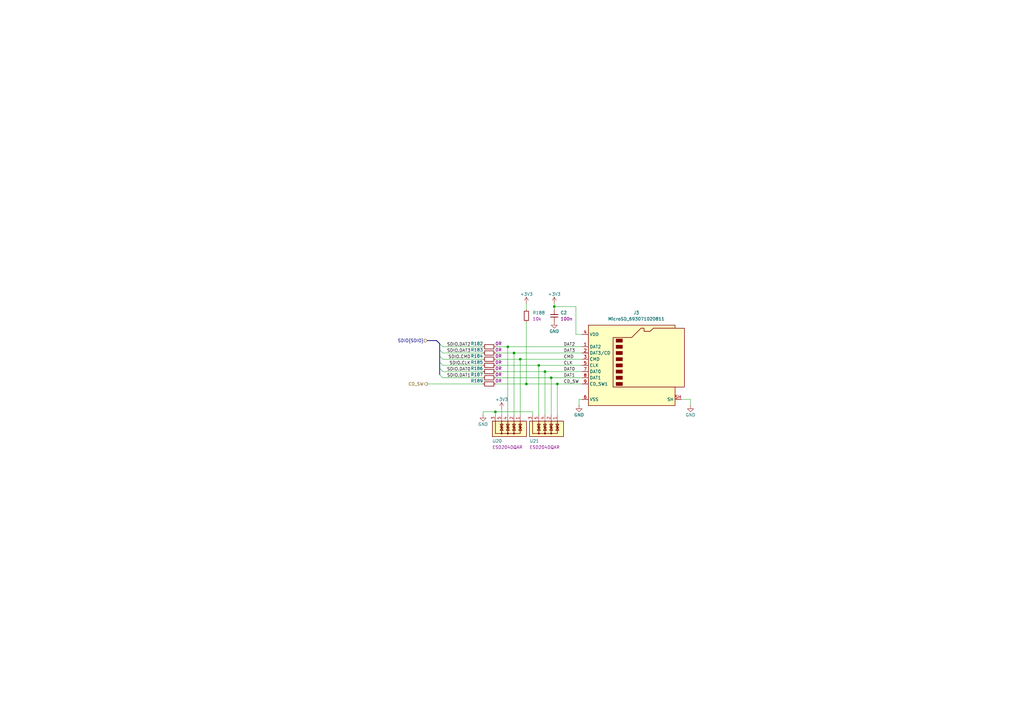
<source format=kicad_sch>
(kicad_sch (version 20230121) (generator eeschema)
  (paper "A3")
  (title_block (title "Com Express 7 baseboard") (date "2024-03-28") (rev "1.0.0") (company "Antmicro Ltd."))
  (lib_symbols
    (symbol "antmicroCapacitors0402:C_100n_0402" (pin_numbers hide) (pin_names hide)
      (property "Reference" "C" (at 20.32 -5.08 0))
      (property "Val" "100n" (at 20.32 -7.62 0))
      (symbol "C_100n_0402_0_1"
        (polyline (pts (xy 2.032 -1.524) (xy 2.032 1.524)) (stroke (width 0.3048)))
        (polyline (pts (xy 3.048 -1.524) (xy 3.048 1.524)) (stroke (width 0.3302)))
      )
      (symbol "C_100n_0402_1_1"
        (pin passive line (at 0 0 0) (length 2.032) (name "~") (number "1"))
        (pin passive line (at 5.08 0 180) (length 2.032) (name "~") (number "2"))
      )
    )
    (symbol "antmicroMemoryConnectorsPCCardSockets:MicroSD_693071020811"
      (property "Reference" "J" (at 55.88 -2.54 0))
      (property "Value" "MicroSD_693071020811" (at 55.88 -5.08 0))
      (symbol "MicroSD_693071020811_1_1"
        (polyline (pts (xy 38.1 2.54) (xy 38.1 3.81) (xy 2.54 3.81) (xy 2.54 -29.21) (xy 38.1 -29.21) (xy 38.1 -21.59)) (stroke (width 0.254)) (fill (type background)))
        (polyline (pts (xy 12.7 -21.59) (xy 12.7 -1.27) (xy 20.32 -1.27) (xy 24.13 2.54) (xy 25.4 2.54) (xy 25.4 1.27) (xy 27.94 1.27) (xy 29.21 2.54) (xy 41.91 2.54) (xy 41.91 -21.59) (xy 12.7 -21.59)) (stroke (width 0.254)) (fill (type background)))
        (rectangle (start 13.97 -19.685) (end 16.51 -20.955) (stroke (width 0.254)) (fill (type outline)))
        (rectangle (start 13.97 -17.145) (end 16.51 -18.415) (stroke (width 0.254)) (fill (type outline)))
        (rectangle (start 13.97 -14.605) (end 16.51 -15.875) (stroke (width 0.254)) (fill (type outline)))
        (rectangle (start 13.97 -12.065) (end 16.51 -13.335) (stroke (width 0.254)) (fill (type outline)))
        (rectangle (start 13.97 -9.525) (end 16.51 -10.795) (stroke (width 0.254)) (fill (type outline)))
        (rectangle (start 13.97 -6.985) (end 16.51 -8.255) (stroke (width 0.254)) (fill (type outline)))
        (rectangle (start 13.97 -4.445) (end 16.51 -5.715) (stroke (width 0.254)) (fill (type outline)))
        (rectangle (start 13.97 -1.905) (end 16.51 -3.175) (stroke (width 0.254)) (fill (type outline)))
        (pin bidirectional line (at 0 -5.08 0) (length 2.54) (name "DAT2") (number "1"))
        (pin bidirectional line (at 0 -7.62 0) (length 2.54) (name "DAT3/CD") (number "2"))
        (pin input line (at 0 -10.16 0) (length 2.54) (name "CMD") (number "3"))
        (pin power_in line (at 0 0 0) (length 2.54) (name "VDD") (number "4"))
        (pin input line (at 0 -12.7 0) (length 2.54) (name "CLK") (number "5"))
        (pin passive line (at 0 -26.67 0) (length 2.54) (name "VSS") (number "6"))
        (pin input line (at 0 -15.24 0) (length 2.54) (name "DAT0") (number "7"))
        (pin input line (at 0 -17.78 0) (length 2.54) (name "DAT1") (number "8"))
        (pin passive line (at 0 -20.32 0) (length 2.54) (name "CD_SW1") (number "9"))
        (pin passive line (at 40.64 -26.67 180) (length 2.54) (name "SH") (number "SH"))
      )
    )
    (symbol "antmicroResistors0402:R_0R_0402" (pin_numbers hide) (pin_names hide)
      (property "Reference" "R" (at 20.32 -5.08 0))
      (property "Val" "0R" (at 20.32 -7.62 0))
      (symbol "R_0R_0402_0_1"
        (rectangle (start 0.635 0.889) (end 4.445 -0.889) (stroke (width 0.254)))
      )
      (symbol "R_0R_0402_1_1"
        (pin passive line (at 0 0 0) (length 0.635) (name "~") (number "1"))
        (pin passive line (at 5.08 0 180) (length 0.635) (name "~") (number "2"))
      )
    )
    (symbol "antmicroResistors0402:R_10k_0402" (pin_numbers hide) (pin_names hide)
      (property "Reference" "R" (at 20.32 -5.08 0))
      (property "Val" "10k" (at 20.32 -7.62 0))
      (symbol "R_10k_0402_0_1"
        (rectangle (start 0.635 0.889) (end 4.445 -0.889) (stroke (width 0.254)))
      )
      (symbol "R_10k_0402_1_1"
        (pin passive line (at 0 0 0) (length 0.635) (name "~") (number "1"))
        (pin passive line (at 5.08 0 180) (length 0.635) (name "~") (number "2"))
      )
    )
    (symbol "antmicroTVSDiodes:ESD204DQAR"
      (property "Reference" "U" (at 24.13 0 0))
      (property "Value" "ESD204DQAR" (at 24.13 -2.54 0))
      (symbol "ESD204DQAR_1_1"
        (polyline (pts (xy 2.54 -7.62) (xy 7.62 -7.62)) (stroke (width 0.254)) (fill (type background)))
        (polyline (pts (xy 2.54 -5.08) (xy 7.62 -5.08)) (stroke (width 0.254)) (fill (type background)))
        (polyline (pts (xy 2.54 -2.54) (xy 7.62 -2.54)) (stroke (width 0.254)) (fill (type background)))
        (polyline (pts (xy 2.54 0) (xy 7.62 0)) (stroke (width 0.254)) (fill (type background)))
        (polyline (pts (xy 7.62 -10.16) (xy 2.54 -10.16)) (stroke (width 0.254)) (fill (type background)))
        (polyline (pts (xy 7.62 0) (xy 7.62 -10.16)) (stroke (width 0.254)) (fill (type background)))
        (polyline (pts (xy 4.826 -8.255) (xy 5.08 -8.001) (xy 5.08 -7.239) (xy 5.334 -6.985)) (stroke (width 0.254)) (fill (type background)))
        (polyline (pts (xy 4.826 -5.715) (xy 5.08 -5.461) (xy 5.08 -4.699) (xy 5.334 -4.445)) (stroke (width 0.254)) (fill (type background)))
        (polyline (pts (xy 4.826 -3.175) (xy 5.08 -2.921) (xy 5.08 -2.159) (xy 5.334 -1.905)) (stroke (width 0.254)) (fill (type background)))
        (polyline (pts (xy 4.826 -0.635) (xy 5.08 -0.381) (xy 5.08 0.381) (xy 5.334 0.635)) (stroke (width 0.254)) (fill (type background)))
        (polyline (pts (xy 5.08 -7.62) (xy 3.81 -8.255) (xy 3.81 -6.985) (xy 5.08 -7.62)) (stroke (width 0.254)) (fill (type background)))
        (polyline (pts (xy 5.08 -5.08) (xy 3.81 -5.715) (xy 3.81 -4.445) (xy 5.08 -5.08)) (stroke (width 0.254)) (fill (type background)))
        (polyline (pts (xy 5.08 -5.08) (xy 6.35 -4.445) (xy 6.35 -5.715) (xy 5.08 -5.08)) (stroke (width 0.254)) (fill (type background)))
        (polyline (pts (xy 5.08 -2.54) (xy 3.81 -3.175) (xy 3.81 -1.905) (xy 5.08 -2.54)) (stroke (width 0.254)) (fill (type background)))
        (polyline (pts (xy 5.08 -2.54) (xy 6.35 -3.175) (xy 6.35 -1.905) (xy 5.08 -2.54)) (stroke (width 0.254)) (fill (type background)))
        (polyline (pts (xy 5.08 0) (xy 3.81 -0.635) (xy 3.81 0.635) (xy 5.08 0)) (stroke (width 0.254)) (fill (type background)))
        (polyline (pts (xy 5.08 0) (xy 6.35 -0.635) (xy 6.35 0.635) (xy 5.08 0)) (stroke (width 0.254)) (fill (type background)))
        (polyline (pts (xy 6.35 -6.985) (xy 6.35 -8.255) (xy 5.08 -7.62) (xy 6.35 -6.985)) (stroke (width 0.254)) (fill (type background)))
        (rectangle (start 2.54 2.54) (end 8.89 -11.43) (stroke (width 0.254)) (fill (type background)))
        (circle (center 7.62 -7.62) (radius 0.254) (stroke (width 0.254)) (fill (type background)))
        (circle (center 7.62 -5.08) (radius 0.254) (stroke (width 0.254)) (fill (type background)))
        (circle (center 7.62 -5.08) (radius 0.254) (stroke (width 0.254)) (fill (type background)))
        (circle (center 7.62 -2.54) (radius 0.254) (stroke (width 0.254)) (fill (type background)))
        (pin passive line (at 0 0 0) (length 2.54) (name "~") (number "1"))
        (pin passive line (at 0 0 0) (length 2.54) hide (name "~") (number "10"))
        (pin passive line (at 0 -2.54 0) (length 2.54) (name "~") (number "2"))
        (pin power_in line (at 0 -10.16 0) (length 2.54) (name "~") (number "3"))
        (pin passive line (at 0 -5.08 0) (length 2.54) (name "~") (number "4"))
        (pin passive line (at 0 -7.62 0) (length 2.54) (name "~") (number "5"))
        (pin passive line (at 0 -7.62 0) (length 2.54) hide (name "~") (number "6"))
        (pin passive line (at 0 -5.08 0) (length 2.54) hide (name "~") (number "7"))
        (pin passive line (at 0 -10.16 0) (length 2.54) hide (name "~") (number "8"))
        (pin passive line (at 0 -2.54 0) (length 2.54) hide (name "~") (number "9"))
      )
    )
    (symbol "antmicropower:+3V3" (power) (pin_numbers hide) (pin_names hide)
      (property "Value" "+3V3" (at -3.175 2.54 0))
      (symbol "+3V3_0_1"
        (polyline (pts (xy 0 0) (xy 0 2.54)))
        (polyline (pts (xy 0 2.54) (xy -0.762 1.27)))
        (polyline (pts (xy 0 2.54) (xy 0.762 1.27)))
      )
      (symbol "+3V3_1_1"
        (pin power_in line (at 0 0 90) (length 0) hide (name "+3V3") (number "1"))
      )
    )
    (symbol "antmicropower:GND" (power) (pin_numbers hide) (pin_names hide)
      (property "Value" "GND" (at 8.89 -5.08 0))
      (symbol "GND_1_1"
        (polyline (pts (xy 0 0) (xy 0 -1.27) (xy 1.27 -1.27) (xy 0 -2.54) (xy -1.27 -1.27) (xy 0 -1.27)))
        (pin power_in line (at 0 0 270) (length 0) (name "GND") (number "1"))
      )
    )
  )
  (bus_alias "SDIO" (members "DAT0" "DAT1" "DAT2" "DAT3" "CLK" "CMD"))
  (junction (at 203.2 168.91))
  (junction (at 213.36 147.32))
  (junction (at 220.98 149.86))
  (junction (at 228.6 157.48))
  (junction (at 227.33 125.73))
  (junction (at 226.06 154.94))
  (junction (at 210.82 144.78))
  (junction (at 215.9 157.48))
  (junction (at 223.52 152.4))
  (junction (at 208.28 142.24))
  (bus_entry (at 180.34 146.05) (size 1.27 1.27))
  (bus_entry (at 180.34 151.13) (size 1.27 1.27))
  (bus_entry (at 180.34 153.67) (size 1.27 1.27))
  (bus_entry (at 180.34 143.51) (size 1.27 1.27))
  (bus_entry (at 180.34 140.97) (size 1.27 1.27))
  (bus_entry (at 180.34 148.59) (size 1.27 1.27))
  (wire (pts (xy 213.36 147.32) (xy 213.36 170.18)))
  (wire (pts (xy 203.2 144.78) (xy 210.82 144.78)))
  (wire (pts (xy 228.6 157.48) (xy 238.76 157.48)))
  (wire (pts (xy 227.33 125.73) (xy 227.33 127)))
  (wire (pts (xy 181.61 154.94) (xy 198.12 154.94)))
  (wire (pts (xy 181.61 147.32) (xy 198.12 147.32)))
  (wire (pts (xy 238.76 137.16) (xy 236.22 137.16)))
  (wire (pts (xy 237.49 163.83) (xy 238.76 163.83)))
  (wire (pts (xy 226.06 154.94) (xy 226.06 170.18)))
  (wire (pts (xy 203.2 168.91) (xy 218.44 168.91)))
  (wire (pts (xy 215.9 132.08) (xy 215.9 157.48)))
  (wire (pts (xy 203.2 157.48) (xy 215.9 157.48)))
  (wire (pts (xy 236.22 137.16) (xy 236.22 125.73)))
  (bus (pts (xy 175.26 139.7) (xy 179.07 139.7)))
  (bus (pts (xy 180.34 151.13) (xy 180.34 153.67)))
  (bus (pts (xy 180.34 143.51) (xy 180.34 146.05)))
  (wire (pts (xy 203.2 152.4) (xy 223.52 152.4)))
  (wire (pts (xy 203.2 168.91) (xy 203.2 170.18)))
  (wire (pts (xy 181.61 149.86) (xy 198.12 149.86)))
  (wire (pts (xy 210.82 144.78) (xy 210.82 170.18)))
  (wire (pts (xy 208.28 142.24) (xy 208.28 170.18)))
  (wire (pts (xy 198.12 168.91) (xy 198.12 170.18)))
  (wire (pts (xy 237.49 166.37) (xy 237.49 163.83)))
  (bus (pts (xy 180.34 146.05) (xy 180.34 148.59)))
  (wire (pts (xy 215.9 124.46) (xy 215.9 127)))
  (wire (pts (xy 220.98 149.86) (xy 220.98 170.18)))
  (wire (pts (xy 203.2 147.32) (xy 213.36 147.32)))
  (bus (pts (xy 180.34 140.97) (xy 179.07 139.7)))
  (wire (pts (xy 198.12 168.91) (xy 203.2 168.91)))
  (wire (pts (xy 279.4 163.83) (xy 283.21 163.83)))
  (wire (pts (xy 283.21 163.83) (xy 283.21 166.37)))
  (wire (pts (xy 223.52 152.4) (xy 223.52 170.18)))
  (wire (pts (xy 210.82 144.78) (xy 238.76 144.78)))
  (wire (pts (xy 175.26 157.48) (xy 198.12 157.48)))
  (wire (pts (xy 220.98 149.86) (xy 238.76 149.86)))
  (wire (pts (xy 203.2 142.24) (xy 208.28 142.24)))
  (wire (pts (xy 203.2 154.94) (xy 226.06 154.94)))
  (wire (pts (xy 181.61 144.78) (xy 198.12 144.78)))
  (wire (pts (xy 226.06 154.94) (xy 238.76 154.94)))
  (wire (pts (xy 181.61 152.4) (xy 198.12 152.4)))
  (wire (pts (xy 228.6 157.48) (xy 228.6 170.18)))
  (bus (pts (xy 180.34 140.97) (xy 180.34 143.51)))
  (bus (pts (xy 180.34 148.59) (xy 180.34 151.13)))
  (wire (pts (xy 181.61 142.24) (xy 198.12 142.24)))
  (wire (pts (xy 223.52 152.4) (xy 238.76 152.4)))
  (wire (pts (xy 213.36 147.32) (xy 238.76 147.32)))
  (wire (pts (xy 215.9 157.48) (xy 228.6 157.48)))
  (wire (pts (xy 205.74 167.64) (xy 205.74 170.18)))
  (wire (pts (xy 203.2 149.86) (xy 220.98 149.86)))
  (wire (pts (xy 218.44 170.18) (xy 218.44 168.91)))
  (wire (pts (xy 208.28 142.24) (xy 238.76 142.24)))
  (wire (pts (xy 227.33 125.73) (xy 236.22 125.73)))
  (wire (pts (xy 227.33 124.46) (xy 227.33 125.73)))
  (label "DAT1" (at 231.14 154.94 0))
  (label "SDIO.DAT0" (at 193.04 152.4 180))
  (label "CMD" (at 231.14 147.32 0))
  (label "SDIO.DAT1" (at 193.04 154.94 180))
  (label "DAT0" (at 231.14 152.4 0))
  (label "CD_SW" (at 231.14 157.48 0))
  (label "DAT2" (at 231.14 142.24 0))
  (label "SDIO.CLK" (at 193.04 149.86 180))
  (label "CLK" (at 231.14 149.86 0))
  (label "SDIO.CMD" (at 193.04 147.32 180))
  (label "SDIO.DAT2" (at 193.04 142.24 180))
  (label "SDIO.DAT3" (at 193.04 144.78 180))
  (label "DAT3" (at 231.14 144.78 0))
  (hierarchical_label "CD_SW" (shape output) (at 175.26 157.48 180))
  (hierarchical_label "SDIO{SDIO}" (shape input) (at 175.26 139.7 180))
  (symbol (lib_id "antmicroResistors0402:R_10k_0402") (at 215.9 132.08 90) (unit 1)
    (property "Reference" "R188" (at 218.44 128.27 90) (effects (justify right)))
    (property "Value" "R_10k_0402" (effects hide))
    (property "Footprint" "antmicro-footprints:R_0402_1005Metric" (effects hide))
    (property "Datasheet" "https://www.bourns.com/docs/product-datasheets/cr.pdf" (effects hide))
    (property "MPN" "CR0402-FX-1002GLF" (effects hide))
    (property "Manufacturer" "Bourns" (effects hide))
    (property "License" "Apache-2.0" (effects hide))
    (property "Author" "Antmicro" (effects hide))
    (property "Val" "10k" (at 218.44 130.81 90) (effects (justify right)))
    (property "Tolerance" "1%" (effects hide))
  )
  (symbol (lib_id "antmicropower:+3V3") (at 227.33 124.46 0) (unit 1)
    (property "Reference" "#PWR0193" (effects hide))
    (property "Value" "+3V3" (at 227.33 120.65 0))
    (property "Author" "Antmicro" (effects hide))
    (property "License" "Apache-2.0" (effects hide))
  )
  (symbol (lib_id "antmicroResistors0402:R_0R_0402") (at 198.12 152.4 0) (unit 1)
    (property "Reference" "R186" (at 195.58 151.13 0))
    (property "Value" "R_0R_0402" (effects hide))
    (property "Footprint" "antmicro-footprints:R_0402_1005Metric" (effects hide))
    (property "Datasheet" "https://industrial.panasonic.com/cdbs/www-data/pdf/RDA0000/AOA0000C301.pdf" (effects hide))
    (property "MPN" "ERJ2GE0R00X" (effects hide))
    (property "Manufacturer" "Panasonic" (effects hide))
    (property "License" "Apache-2.0" (effects hide))
    (property "Author" "Antmicro" (effects hide))
    (property "Val" "0R" (at 204.47 151.13 0))
    (property "Current" "1A" (effects hide))
  )
  (symbol (lib_id "antmicroResistors0402:R_0R_0402") (at 198.12 142.24 0) (unit 1)
    (property "Reference" "R182" (at 195.58 140.97 0))
    (property "Value" "R_0R_0402" (effects hide))
    (property "Footprint" "antmicro-footprints:R_0402_1005Metric" (effects hide))
    (property "Datasheet" "https://industrial.panasonic.com/cdbs/www-data/pdf/RDA0000/AOA0000C301.pdf" (effects hide))
    (property "MPN" "ERJ2GE0R00X" (effects hide))
    (property "Manufacturer" "Panasonic" (effects hide))
    (property "License" "Apache-2.0" (effects hide))
    (property "Author" "Antmicro" (effects hide))
    (property "Val" "0R" (at 204.47 140.97 0))
    (property "Current" "1A" (effects hide))
  )
  (symbol (lib_id "antmicroResistors0402:R_0R_0402") (at 198.12 154.94 0) (unit 1)
    (property "Reference" "R187" (at 195.58 153.67 0))
    (property "Value" "R_0R_0402" (effects hide))
    (property "Footprint" "antmicro-footprints:R_0402_1005Metric" (effects hide))
    (property "Datasheet" "https://industrial.panasonic.com/cdbs/www-data/pdf/RDA0000/AOA0000C301.pdf" (effects hide))
    (property "MPN" "ERJ2GE0R00X" (effects hide))
    (property "Manufacturer" "Panasonic" (effects hide))
    (property "License" "Apache-2.0" (effects hide))
    (property "Author" "Antmicro" (effects hide))
    (property "Val" "0R" (at 204.47 153.67 0))
    (property "Current" "1A" (effects hide))
  )
  (symbol (lib_id "antmicroMemoryConnectorsPCCardSockets:MicroSD_693071020811") (at 238.76 137.16 0) (unit 1)
    (property "Reference" "J3" (at 260.985 128.27 0))
    (property "Value" "MicroSD_693071020811" (at 260.985 130.81 0))
    (property "Footprint" "antmicro-footprints:MicroSD_Wurth_693071020811" (effects hide))
    (property "Datasheet" "https://www.we-online.com/catalog/datasheet/693071020811.pdf" (effects hide))
    (property "Manufacturer" "Würth Elektronik" (effects hide))
    (property "MPN" "693071020811" (effects hide))
    (property "Author" "Antmicro" (effects hide))
    (property "License" "Apache-2.0" (effects hide))
  )
  (symbol (lib_id "antmicropower:GND") (at 237.49 166.37 0) (unit 1)
    (property "Reference" "#PWR0195" (effects hide))
    (property "Value" "GND" (at 237.49 170.18 0))
    (property "Author" "Antmicro" (effects hide))
    (property "License" "Apache-2.0" (effects hide))
  )
  (symbol (lib_id "antmicroResistors0402:R_0R_0402") (at 198.12 149.86 0) (unit 1)
    (property "Reference" "R185" (at 195.58 148.59 0))
    (property "Value" "R_0R_0402" (effects hide))
    (property "Footprint" "antmicro-footprints:R_0402_1005Metric" (effects hide))
    (property "Datasheet" "https://industrial.panasonic.com/cdbs/www-data/pdf/RDA0000/AOA0000C301.pdf" (effects hide))
    (property "MPN" "ERJ2GE0R00X" (effects hide))
    (property "Manufacturer" "Panasonic" (effects hide))
    (property "License" "Apache-2.0" (effects hide))
    (property "Author" "Antmicro" (effects hide))
    (property "Val" "0R" (at 204.47 148.59 0))
    (property "Current" "1A" (effects hide))
  )
  (symbol (lib_id "antmicropower:GND") (at 227.33 132.08 0) (unit 1)
    (property "Reference" "#PWR0194" (effects hide))
    (property "Value" "GND" (at 227.33 135.89 0))
    (property "Author" "Antmicro" (effects hide))
    (property "License" "Apache-2.0" (effects hide))
  )
  (symbol (lib_id "antmicropower:+3V3") (at 205.74 167.64 0) (unit 1)
    (property "Reference" "#PWR0199" (effects hide))
    (property "Value" "+3V3" (at 205.74 163.83 0))
    (property "Author" "Antmicro" (effects hide))
    (property "License" "Apache-2.0" (effects hide))
  )
  (symbol (lib_id "antmicropower:GND") (at 198.12 170.18 0) (unit 1)
    (property "Reference" "#PWR0197" (effects hide))
    (property "Value" "GND" (at 198.12 173.99 0))
    (property "Author" "Antmicro" (effects hide))
    (property "License" "Apache-2.0" (effects hide))
  )
  (symbol (lib_id "antmicroResistors0402:R_0R_0402") (at 198.12 144.78 0) (unit 1)
    (property "Reference" "R183" (at 195.58 143.51 0))
    (property "Value" "R_0R_0402" (effects hide))
    (property "Footprint" "antmicro-footprints:R_0402_1005Metric" (effects hide))
    (property "Datasheet" "https://industrial.panasonic.com/cdbs/www-data/pdf/RDA0000/AOA0000C301.pdf" (effects hide))
    (property "MPN" "ERJ2GE0R00X" (effects hide))
    (property "Manufacturer" "Panasonic" (effects hide))
    (property "License" "Apache-2.0" (effects hide))
    (property "Author" "Antmicro" (effects hide))
    (property "Val" "0R" (at 204.47 143.51 0))
    (property "Current" "1A" (effects hide))
  )
  (symbol (lib_id "antmicropower:GND") (at 283.21 166.37 0) (unit 1)
    (property "Reference" "#PWR0196" (effects hide))
    (property "Value" "GND" (at 283.21 170.18 0))
    (property "Author" "Antmicro" (effects hide))
    (property "License" "Apache-2.0" (effects hide))
  )
  (symbol (lib_id "antmicropower:+3V3") (at 215.9 124.46 0) (unit 1)
    (property "Reference" "#PWR0198" (effects hide))
    (property "Value" "+3V3" (at 215.9 120.65 0))
    (property "Author" "Antmicro" (effects hide))
    (property "License" "Apache-2.0" (effects hide))
  )
  (symbol (lib_id "antmicroTVSDiodes:ESD204DQAR") (at 213.36 170.18 270) (unit 1)
    (property "Reference" "U20" (at 201.93 181.61 90) (effects (justify left bottom)))
    (property "Value" "ESD204DQAR" (effects hide))
    (property "Footprint" "antmicro-footprints:USON-10_2.5x1mm_P0.5mm" (effects hide))
    (property "Datasheet" "https://www.ti.com/lit/ds/symlink/esd204.pdf?ts=1706004844383&ref_url=https%253A%252F%252Fwww.ti.com%252Finterface%252Fdiodes%252Fesd-protection-diodes%252Fproducts.html" (effects hide))
    (property "Manufacturer" "Texas Instruments" (effects hide))
    (property "MPN" "ESD204DQAR" (at 201.93 184.15 90) (effects (justify left bottom)))
    (property "Author" "Antmicro" (effects hide))
    (property "License" "Apache-2.0" (effects hide))
  )
  (symbol (lib_id "antmicroCapacitors0402:C_100n_0402") (at 227.33 132.08 90) (unit 1)
    (property "Reference" "C2" (at 229.87 128.2636 90) (effects (justify right)))
    (property "Value" "C_100n_0402" (effects hide))
    (property "Footprint" "antmicro-footprints:C_0402_1005Metric" (effects hide))
    (property "Datasheet" "https://www.murata.com/products/productdetail?partno=GRM155R61H104KE14%23" (effects hide))
    (property "MPN" "GRM155R61H104KE14D" (effects hide))
    (property "Manufacturer" "Murata" (effects hide))
    (property "License" "Apache-2.0" (effects hide))
    (property "Author" "Antmicro" (effects hide))
    (property "Val" "100n" (at 229.87 130.8036 90) (effects (justify right)))
    (property "Voltage" "50V" (effects hide))
    (property "Dielectric" "X5R" (effects hide))
  )
  (symbol (lib_id "antmicroTVSDiodes:ESD204DQAR") (at 228.6 170.18 270) (unit 1)
    (property "Reference" "U21" (at 217.17 181.61 90) (effects (justify left bottom)))
    (property "Value" "ESD204DQAR" (effects hide))
    (property "Footprint" "antmicro-footprints:USON-10_2.5x1mm_P0.5mm" (effects hide))
    (property "Datasheet" "https://www.ti.com/lit/ds/symlink/esd204.pdf?ts=1706004844383&ref_url=https%253A%252F%252Fwww.ti.com%252Finterface%252Fdiodes%252Fesd-protection-diodes%252Fproducts.html" (effects hide))
    (property "Manufacturer" "Texas Instruments" (effects hide))
    (property "MPN" "ESD204DQAR" (at 217.17 184.15 90) (effects (justify left bottom)))
    (property "Author" "Antmicro" (effects hide))
    (property "License" "Apache-2.0" (effects hide))
  )
  (symbol (lib_id "antmicroResistors0402:R_0R_0402") (at 198.12 157.48 0) (unit 1)
    (property "Reference" "R189" (at 195.58 156.21 0))
    (property "Value" "R_0R_0402" (effects hide))
    (property "Footprint" "antmicro-footprints:R_0402_1005Metric" (effects hide))
    (property "Datasheet" "https://industrial.panasonic.com/cdbs/www-data/pdf/RDA0000/AOA0000C301.pdf" (effects hide))
    (property "MPN" "ERJ2GE0R00X" (effects hide))
    (property "Manufacturer" "Panasonic" (effects hide))
    (property "License" "Apache-2.0" (effects hide))
    (property "Author" "Antmicro" (effects hide))
    (property "Val" "0R" (at 204.47 156.21 0))
    (property "Current" "1A" (effects hide))
  )
  (symbol (lib_id "antmicroResistors0402:R_0R_0402") (at 198.12 147.32 0) (unit 1)
    (property "Reference" "R184" (at 195.58 146.05 0))
    (property "Value" "R_0R_0402" (effects hide))
    (property "Footprint" "antmicro-footprints:R_0402_1005Metric" (effects hide))
    (property "Datasheet" "https://industrial.panasonic.com/cdbs/www-data/pdf/RDA0000/AOA0000C301.pdf" (effects hide))
    (property "MPN" "ERJ2GE0R00X" (effects hide))
    (property "Manufacturer" "Panasonic" (effects hide))
    (property "License" "Apache-2.0" (effects hide))
    (property "Author" "Antmicro" (effects hide))
    (property "Val" "0R" (at 204.47 146.05 0))
    (property "Current" "1A" (effects hide))
  )
)
</source>
